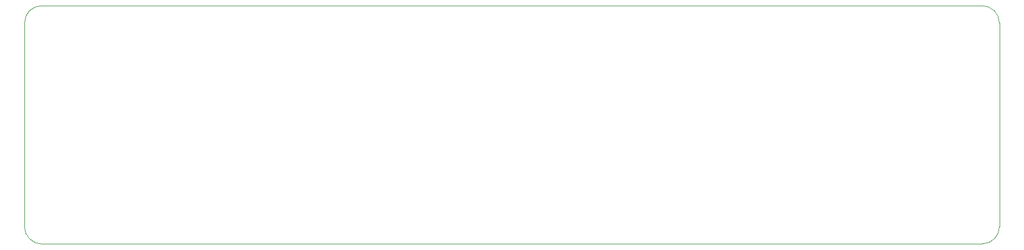
<source format=gbr>
G04 #@! TF.GenerationSoftware,KiCad,Pcbnew,(5.1.4)-1*
G04 #@! TF.CreationDate,2019-11-19T17:41:37+01:00*
G04 #@! TF.ProjectId,DNMS,444e4d53-2e6b-4696-9361-645f70636258,0.9.0*
G04 #@! TF.SameCoordinates,Original*
G04 #@! TF.FileFunction,Profile,NP*
%FSLAX46Y46*%
G04 Gerber Fmt 4.6, Leading zero omitted, Abs format (unit mm)*
G04 Created by KiCad (PCBNEW (5.1.4)-1) date 2019-11-19 17:41:37*
%MOMM*%
%LPD*%
G04 APERTURE LIST*
%ADD10C,0.050000*%
G04 APERTURE END LIST*
D10*
X50560000Y-58420000D02*
X50560000Y-88900000D01*
X196120000Y-58420000D02*
X196120000Y-88900000D01*
X193580000Y-91440000D02*
X53100000Y-91440000D01*
X53100000Y-55880000D02*
X193580000Y-55880000D01*
X50560000Y-58420000D02*
G75*
G02X53100000Y-55880000I2540000J0D01*
G01*
X53100000Y-91440000D02*
G75*
G02X50560000Y-88900000I0J2540000D01*
G01*
X196120000Y-88900000D02*
G75*
G02X193580000Y-91440000I-2540000J0D01*
G01*
X193580000Y-55880000D02*
G75*
G02X196120000Y-58420000I0J-2540000D01*
G01*
M02*

</source>
